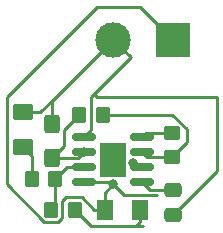
<source format=gbr>
%TF.GenerationSoftware,KiCad,Pcbnew,(6.0.10)*%
%TF.CreationDate,2023-02-23T17:52:34-08:00*%
%TF.ProjectId,exercise_2,65786572-6369-4736-955f-322e6b696361,rev?*%
%TF.SameCoordinates,Original*%
%TF.FileFunction,Copper,L1,Top*%
%TF.FilePolarity,Positive*%
%FSLAX46Y46*%
G04 Gerber Fmt 4.6, Leading zero omitted, Abs format (unit mm)*
G04 Created by KiCad (PCBNEW (6.0.10)) date 2023-02-23 17:52:34*
%MOMM*%
%LPD*%
G01*
G04 APERTURE LIST*
G04 Aperture macros list*
%AMRoundRect*
0 Rectangle with rounded corners*
0 $1 Rounding radius*
0 $2 $3 $4 $5 $6 $7 $8 $9 X,Y pos of 4 corners*
0 Add a 4 corners polygon primitive as box body*
4,1,4,$2,$3,$4,$5,$6,$7,$8,$9,$2,$3,0*
0 Add four circle primitives for the rounded corners*
1,1,$1+$1,$2,$3*
1,1,$1+$1,$4,$5*
1,1,$1+$1,$6,$7*
1,1,$1+$1,$8,$9*
0 Add four rect primitives between the rounded corners*
20,1,$1+$1,$2,$3,$4,$5,0*
20,1,$1+$1,$4,$5,$6,$7,0*
20,1,$1+$1,$6,$7,$8,$9,0*
20,1,$1+$1,$8,$9,$2,$3,0*%
G04 Aperture macros list end*
%TA.AperFunction,SMDPad,CuDef*%
%ADD10RoundRect,0.250001X-0.624999X0.462499X-0.624999X-0.462499X0.624999X-0.462499X0.624999X0.462499X0*%
%TD*%
%TA.AperFunction,SMDPad,CuDef*%
%ADD11RoundRect,0.250000X0.350000X0.450000X-0.350000X0.450000X-0.350000X-0.450000X0.350000X-0.450000X0*%
%TD*%
%TA.AperFunction,SMDPad,CuDef*%
%ADD12RoundRect,0.250000X-0.475000X0.337500X-0.475000X-0.337500X0.475000X-0.337500X0.475000X0.337500X0*%
%TD*%
%TA.AperFunction,SMDPad,CuDef*%
%ADD13RoundRect,0.250000X0.425000X-0.537500X0.425000X0.537500X-0.425000X0.537500X-0.425000X-0.537500X0*%
%TD*%
%TA.AperFunction,SMDPad,CuDef*%
%ADD14RoundRect,0.150000X-0.825000X-0.150000X0.825000X-0.150000X0.825000X0.150000X-0.825000X0.150000X0*%
%TD*%
%TA.AperFunction,SMDPad,CuDef*%
%ADD15R,2.290000X3.000000*%
%TD*%
%TA.AperFunction,SMDPad,CuDef*%
%ADD16RoundRect,0.250000X-0.450000X0.350000X-0.450000X-0.350000X0.450000X-0.350000X0.450000X0.350000X0*%
%TD*%
%TA.AperFunction,SMDPad,CuDef*%
%ADD17RoundRect,0.250001X0.462499X0.624999X-0.462499X0.624999X-0.462499X-0.624999X0.462499X-0.624999X0*%
%TD*%
%TA.AperFunction,ComponentPad*%
%ADD18R,3.000000X3.000000*%
%TD*%
%TA.AperFunction,ComponentPad*%
%ADD19C,3.000000*%
%TD*%
%TA.AperFunction,ViaPad*%
%ADD20C,0.800000*%
%TD*%
%TA.AperFunction,Conductor*%
%ADD21C,0.250000*%
%TD*%
G04 APERTURE END LIST*
D10*
%TO.P,D2,1,K*%
%TO.N,GND*%
X154885000Y-89737500D03*
%TO.P,D2,2,A*%
%TO.N,Net-(R4-Pad2)*%
X154885000Y-92712500D03*
%TD*%
D11*
%TO.P,R4,1*%
%TO.N,Net-(U1-Pad3)*%
X157619564Y-95385000D03*
%TO.P,R4,2*%
%TO.N,Net-(R4-Pad2)*%
X155619564Y-95385000D03*
%TD*%
D12*
%TO.P,C2,1*%
%TO.N,Net-(C2-Pad1)*%
X167602496Y-96342500D03*
%TO.P,C2,2*%
%TO.N,GND*%
X167602496Y-98417500D03*
%TD*%
D13*
%TO.P,C1,1*%
%TO.N,Net-(C1-Pad1)*%
X157327500Y-93602500D03*
%TO.P,C1,2*%
%TO.N,GND*%
X157327500Y-90727500D03*
%TD*%
D11*
%TO.P,R3,1*%
%TO.N,Net-(D1-Pad1)*%
X159267500Y-97992936D03*
%TO.P,R3,2*%
%TO.N,Net-(U1-Pad3)*%
X157267500Y-97992936D03*
%TD*%
D14*
%TO.P,U1,1,GND*%
%TO.N,GND*%
X160030000Y-91860000D03*
%TO.P,U1,2,TR*%
%TO.N,Net-(C1-Pad1)*%
X160030000Y-93130000D03*
%TO.P,U1,3,Q*%
%TO.N,Net-(U1-Pad3)*%
X160030000Y-94400000D03*
%TO.P,U1,4,R*%
%TO.N,+9V*%
X160030000Y-95670000D03*
%TO.P,U1,5,CV*%
%TO.N,Net-(C2-Pad1)*%
X164980000Y-95670000D03*
%TO.P,U1,6,THR*%
%TO.N,Net-(C1-Pad1)*%
X164980000Y-94400000D03*
%TO.P,U1,7,DIS*%
%TO.N,Net-(U1-Pad7)*%
X164980000Y-93130000D03*
%TO.P,U1,8,VCC*%
%TO.N,+9V*%
X164980000Y-91860000D03*
D15*
%TO.P,U1,9*%
%TO.N,N/C*%
X162505000Y-93765000D03*
%TD*%
D11*
%TO.P,R2,1*%
%TO.N,Net-(U1-Pad7)*%
X161630000Y-89955000D03*
%TO.P,R2,2*%
%TO.N,Net-(C1-Pad1)*%
X159630000Y-89955000D03*
%TD*%
D16*
%TO.P,R1,1*%
%TO.N,+9V*%
X167515000Y-91537936D03*
%TO.P,R1,2*%
%TO.N,Net-(U1-Pad7)*%
X167515000Y-93537936D03*
%TD*%
D17*
%TO.P,D1,1,K*%
%TO.N,Net-(D1-Pad1)*%
X164787500Y-98045000D03*
%TO.P,D1,2,A*%
%TO.N,+9V*%
X161812500Y-98045000D03*
%TD*%
D18*
%TO.P,J1,1,Pin_1*%
%TO.N,+9V*%
X167585000Y-83605000D03*
D19*
%TO.P,J1,2,Pin_2*%
%TO.N,GND*%
X162505000Y-83605000D03*
%TD*%
D20*
%TO.N,Net-(C1-Pad1)*%
X160030000Y-93130000D03*
X164249502Y-94029500D03*
%TO.N,+9V*%
X162522496Y-95864502D03*
%TD*%
D21*
%TO.N,Net-(C1-Pad1)*%
X159557500Y-93602500D02*
X160030000Y-93130000D01*
X157327500Y-93602500D02*
X158327500Y-92602500D01*
X164980000Y-94400000D02*
X164620002Y-94400000D01*
X158327500Y-91225000D02*
X159597500Y-89955000D01*
X157327500Y-93602500D02*
X159557500Y-93602500D01*
X159597500Y-89955000D02*
X159630000Y-89955000D01*
X158327500Y-92602500D02*
X158327500Y-91225000D01*
X164620002Y-94400000D02*
X164249502Y-94029500D01*
%TO.N,GND*%
X160898532Y-88211468D02*
X161145000Y-88457936D01*
X171305000Y-94714996D02*
X167602496Y-98417500D01*
X162505000Y-83605000D02*
X164005000Y-85105000D01*
X171305000Y-88457936D02*
X171305000Y-94714996D01*
X160665000Y-91225000D02*
X160030000Y-91860000D01*
X157327500Y-90727500D02*
X157327500Y-88782500D01*
X160665000Y-88445000D02*
X160665000Y-91225000D01*
X157846250Y-88263750D02*
X162505000Y-83605000D01*
X156372500Y-89737500D02*
X157846250Y-88263750D01*
X160898532Y-88211468D02*
X160665000Y-88445000D01*
X154885000Y-89737500D02*
X156372500Y-89737500D01*
X161145000Y-88457936D02*
X171305000Y-88457936D01*
X157327500Y-88782500D02*
X157846250Y-88263750D01*
X164005000Y-85105000D02*
X160898532Y-88211468D01*
%TO.N,Net-(C2-Pad1)*%
X165652500Y-96342500D02*
X167602496Y-96342500D01*
X164980000Y-95670000D02*
X165652500Y-96342500D01*
%TO.N,Net-(D1-Pad1)*%
X164447064Y-99380000D02*
X165062496Y-99380000D01*
X164787500Y-99039564D02*
X164447064Y-99380000D01*
X160654564Y-99380000D02*
X164447064Y-99380000D01*
X164787500Y-98045000D02*
X164787500Y-99039564D01*
X159267500Y-97992936D02*
X160654564Y-99380000D01*
%TO.N,+9V*%
X158529327Y-96967936D02*
X158192500Y-97304763D01*
X156679327Y-99017936D02*
X153525000Y-95863609D01*
X161145000Y-80837936D02*
X164817936Y-80837936D01*
X167515000Y-91537936D02*
X165302064Y-91537936D01*
X158192500Y-98681109D02*
X157855673Y-99017936D01*
X153525000Y-88457936D02*
X161145000Y-80837936D01*
X162522496Y-95864502D02*
X163450494Y-96792500D01*
X161812500Y-98045000D02*
X161812500Y-96574498D01*
X153525000Y-95863609D02*
X153525000Y-88457936D01*
X164817936Y-80837936D02*
X167585000Y-83605000D01*
X161812500Y-96574498D02*
X162522496Y-95864502D01*
X157855673Y-99017936D02*
X156679327Y-99017936D01*
X158192500Y-97304763D02*
X158192500Y-98681109D01*
X165302064Y-91537936D02*
X164980000Y-91860000D01*
X159855673Y-96967936D02*
X158529327Y-96967936D01*
X161812500Y-98045000D02*
X160932737Y-98045000D01*
X163450494Y-96792500D02*
X166225000Y-96792500D01*
X160030000Y-95670000D02*
X162327994Y-95670000D01*
X162327994Y-95670000D02*
X162522496Y-95864502D01*
X160932737Y-98045000D02*
X159855673Y-96967936D01*
%TO.N,Net-(R4-Pad2)*%
X155619564Y-93447064D02*
X155619564Y-95385000D01*
X154885000Y-92712500D02*
X155619564Y-93447064D01*
%TO.N,Net-(U1-Pad7)*%
X167545237Y-89955000D02*
X168765000Y-91174763D01*
X167515000Y-93537936D02*
X165387936Y-93537936D01*
X161630000Y-89955000D02*
X167545237Y-89955000D01*
X165387936Y-93537936D02*
X164980000Y-93130000D01*
X168765000Y-91174763D02*
X168765000Y-92287936D01*
X168765000Y-92287936D02*
X167515000Y-93537936D01*
%TO.N,Net-(U1-Pad3)*%
X157619564Y-95385000D02*
X158604564Y-94400000D01*
X158604564Y-94400000D02*
X160030000Y-94400000D01*
X157619564Y-97640872D02*
X157619564Y-95385000D01*
X157267500Y-97992936D02*
X157619564Y-97640872D01*
%TD*%
M02*

</source>
